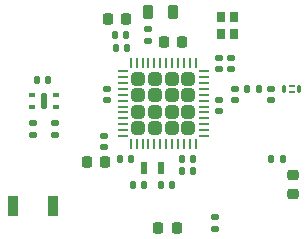
<source format=gbr>
%TF.GenerationSoftware,KiCad,Pcbnew,8.0.2*%
%TF.CreationDate,2024-05-24T20:03:17+02:00*%
%TF.ProjectId,STM32-Breakout,53544d33-322d-4427-9265-616b6f75742e,rev?*%
%TF.SameCoordinates,Original*%
%TF.FileFunction,Paste,Top*%
%TF.FilePolarity,Positive*%
%FSLAX46Y46*%
G04 Gerber Fmt 4.6, Leading zero omitted, Abs format (unit mm)*
G04 Created by KiCad (PCBNEW 8.0.2) date 2024-05-24 20:03:17*
%MOMM*%
%LPD*%
G01*
G04 APERTURE LIST*
G04 Aperture macros list*
%AMRoundRect*
0 Rectangle with rounded corners*
0 $1 Rounding radius*
0 $2 $3 $4 $5 $6 $7 $8 $9 X,Y pos of 4 corners*
0 Add a 4 corners polygon primitive as box body*
4,1,4,$2,$3,$4,$5,$6,$7,$8,$9,$2,$3,0*
0 Add four circle primitives for the rounded corners*
1,1,$1+$1,$2,$3*
1,1,$1+$1,$4,$5*
1,1,$1+$1,$6,$7*
1,1,$1+$1,$8,$9*
0 Add four rect primitives between the rounded corners*
20,1,$1+$1,$2,$3,$4,$5,0*
20,1,$1+$1,$4,$5,$6,$7,0*
20,1,$1+$1,$6,$7,$8,$9,0*
20,1,$1+$1,$8,$9,$2,$3,0*%
G04 Aperture macros list end*
%ADD10RoundRect,0.147500X0.172500X-0.147500X0.172500X0.147500X-0.172500X0.147500X-0.172500X-0.147500X0*%
%ADD11R,0.900000X1.700000*%
%ADD12RoundRect,0.140000X-0.140000X-0.170000X0.140000X-0.170000X0.140000X0.170000X-0.140000X0.170000X0*%
%ADD13RoundRect,0.068750X0.068750X-0.281250X0.068750X0.281250X-0.068750X0.281250X-0.068750X-0.281250X0*%
%ADD14RoundRect,0.061250X-0.163750X-0.061250X0.163750X-0.061250X0.163750X0.061250X-0.163750X0.061250X0*%
%ADD15RoundRect,0.140000X-0.170000X0.140000X-0.170000X-0.140000X0.170000X-0.140000X0.170000X0.140000X0*%
%ADD16RoundRect,0.135000X0.185000X-0.135000X0.185000X0.135000X-0.185000X0.135000X-0.185000X-0.135000X0*%
%ADD17RoundRect,0.218750X0.256250X-0.218750X0.256250X0.218750X-0.256250X0.218750X-0.256250X-0.218750X0*%
%ADD18RoundRect,0.225000X-0.225000X-0.250000X0.225000X-0.250000X0.225000X0.250000X-0.225000X0.250000X0*%
%ADD19R,0.600000X1.100000*%
%ADD20RoundRect,0.225000X0.225000X0.250000X-0.225000X0.250000X-0.225000X-0.250000X0.225000X-0.250000X0*%
%ADD21RoundRect,0.140000X0.140000X0.170000X-0.140000X0.170000X-0.140000X-0.170000X0.140000X-0.170000X0*%
%ADD22RoundRect,0.140000X0.170000X-0.140000X0.170000X0.140000X-0.170000X0.140000X-0.170000X-0.140000X0*%
%ADD23RoundRect,0.087500X-0.187500X-0.087500X0.187500X-0.087500X0.187500X0.087500X-0.187500X0.087500X0*%
%ADD24RoundRect,0.125000X-0.125000X-0.575000X0.125000X-0.575000X0.125000X0.575000X-0.125000X0.575000X0*%
%ADD25RoundRect,0.087500X0.187500X0.087500X-0.187500X0.087500X-0.187500X-0.087500X0.187500X-0.087500X0*%
%ADD26RoundRect,0.218750X-0.218750X-0.381250X0.218750X-0.381250X0.218750X0.381250X-0.218750X0.381250X0*%
%ADD27RoundRect,0.147500X-0.147500X-0.172500X0.147500X-0.172500X0.147500X0.172500X-0.147500X0.172500X0*%
%ADD28RoundRect,0.135000X-0.135000X-0.185000X0.135000X-0.185000X0.135000X0.185000X-0.135000X0.185000X0*%
%ADD29RoundRect,0.218750X-0.218750X-0.256250X0.218750X-0.256250X0.218750X0.256250X-0.218750X0.256250X0*%
%ADD30R,0.800000X0.900000*%
%ADD31RoundRect,0.250000X0.315000X-0.315000X0.315000X0.315000X-0.315000X0.315000X-0.315000X-0.315000X0*%
%ADD32RoundRect,0.062500X0.062500X-0.375000X0.062500X0.375000X-0.062500X0.375000X-0.062500X-0.375000X0*%
%ADD33RoundRect,0.062500X0.375000X-0.062500X0.375000X0.062500X-0.375000X0.062500X-0.375000X-0.062500X0*%
G04 APERTURE END LIST*
D10*
%TO.C,L2*%
X142890000Y-83615000D03*
X142890000Y-82645000D03*
%TD*%
D11*
%TO.C,RST1*%
X134800000Y-97600000D03*
X131400000Y-97600000D03*
%TD*%
D12*
%TO.C,C3*%
X145710000Y-93610000D03*
X146670000Y-93610000D03*
%TD*%
D13*
%TO.C,FLT1*%
X154407500Y-87700000D03*
D14*
X155020000Y-87472500D03*
D13*
X155632500Y-87700000D03*
D14*
X155020000Y-87927500D03*
%TD*%
D15*
%TO.C,C4*%
X148863000Y-88614400D03*
X148863000Y-89574400D03*
%TD*%
D16*
%TO.C,R1*%
X135000000Y-91610000D03*
X135000000Y-90590000D03*
%TD*%
D17*
%TO.C,Q1*%
X155150000Y-96537500D03*
X155150000Y-94962500D03*
%TD*%
D15*
%TO.C,C2*%
X139350000Y-87670000D03*
X139350000Y-88630000D03*
%TD*%
D18*
%TO.C,C16*%
X144200000Y-83725000D03*
X145750000Y-83725000D03*
%TD*%
D19*
%TO.C,Y2*%
X142560000Y-94340000D03*
X143960000Y-94340000D03*
%TD*%
D16*
%TO.C,R2*%
X133100000Y-91610000D03*
X133100000Y-90590000D03*
%TD*%
D12*
%TO.C,C13*%
X145710000Y-94660000D03*
X146670000Y-94660000D03*
%TD*%
D20*
%TO.C,C18*%
X141025000Y-81790000D03*
X139475000Y-81790000D03*
%TD*%
D12*
%TO.C,C15*%
X143960000Y-95830000D03*
X144920000Y-95830000D03*
%TD*%
D15*
%TO.C,C8*%
X150263000Y-87689400D03*
X150263000Y-88649400D03*
%TD*%
D21*
%TO.C,C12*%
X134430000Y-86900000D03*
X133470000Y-86900000D03*
%TD*%
D22*
%TO.C,C10*%
X148858018Y-86024400D03*
X148858018Y-85064400D03*
%TD*%
%TO.C,C11*%
X149869678Y-86024400D03*
X149869678Y-85064400D03*
%TD*%
D23*
%TO.C,U2*%
X133000000Y-88200000D03*
X133000000Y-89200000D03*
D24*
X134025000Y-88700000D03*
D25*
X135050000Y-88200000D03*
X135050000Y-89200000D03*
%TD*%
D15*
%TO.C,C1*%
X139150000Y-91670000D03*
X139150000Y-92630000D03*
%TD*%
D16*
%TO.C,R3*%
X148540000Y-99510000D03*
X148540000Y-98490000D03*
%TD*%
D21*
%TO.C,C7*%
X141080000Y-84190000D03*
X140120000Y-84190000D03*
%TD*%
D26*
%TO.C,L3*%
X142887500Y-81200000D03*
X145012500Y-81200000D03*
%TD*%
D27*
%TO.C,L1*%
X151278000Y-87669400D03*
X152248000Y-87669400D03*
%TD*%
D28*
%TO.C,R4*%
X153240000Y-93600000D03*
X154260000Y-93600000D03*
%TD*%
D29*
%TO.C,D1*%
X143702500Y-99430000D03*
X145277500Y-99430000D03*
%TD*%
D18*
%TO.C,C6*%
X137663000Y-93869400D03*
X139213000Y-93869400D03*
%TD*%
D21*
%TO.C,C14*%
X142560000Y-95830000D03*
X141600000Y-95830000D03*
%TD*%
D15*
%TO.C,C9*%
X153263000Y-87689400D03*
X153263000Y-88649400D03*
%TD*%
D21*
%TO.C,C17*%
X141010000Y-83090000D03*
X140050000Y-83090000D03*
%TD*%
%TO.C,C5*%
X141421200Y-93602400D03*
X140461200Y-93602400D03*
%TD*%
D30*
%TO.C,Y1*%
X149050000Y-81600000D03*
X149050000Y-83000000D03*
X150150000Y-83000000D03*
X150150000Y-81600000D03*
%TD*%
D31*
%TO.C,U1*%
X142050000Y-91025000D03*
X143450000Y-91025000D03*
X144850000Y-91025000D03*
X146250000Y-91025000D03*
X142050000Y-89625000D03*
X143450000Y-89625000D03*
X144850000Y-89625000D03*
X146250000Y-89625000D03*
X142050000Y-88225000D03*
X143450000Y-88225000D03*
X144850000Y-88225000D03*
X146250000Y-88225000D03*
X142050000Y-86825000D03*
X143450000Y-86825000D03*
X144850000Y-86825000D03*
X146250000Y-86825000D03*
D32*
X141400000Y-92362500D03*
X141900000Y-92362500D03*
X142400000Y-92362500D03*
X142900000Y-92362500D03*
X143400000Y-92362500D03*
X143900000Y-92362500D03*
X144400000Y-92362500D03*
X144900000Y-92362500D03*
X145400000Y-92362500D03*
X145900000Y-92362500D03*
X146400000Y-92362500D03*
X146900000Y-92362500D03*
D33*
X147587500Y-91675000D03*
X147587500Y-91175000D03*
X147587500Y-90675000D03*
X147587500Y-90175000D03*
X147587500Y-89675000D03*
X147587500Y-89175000D03*
X147587500Y-88675000D03*
X147587500Y-88175000D03*
X147587500Y-87675000D03*
X147587500Y-87175000D03*
X147587500Y-86675000D03*
X147587500Y-86175000D03*
D32*
X146900000Y-85487500D03*
X146400000Y-85487500D03*
X145900000Y-85487500D03*
X145400000Y-85487500D03*
X144900000Y-85487500D03*
X144400000Y-85487500D03*
X143900000Y-85487500D03*
X143400000Y-85487500D03*
X142900000Y-85487500D03*
X142400000Y-85487500D03*
X141900000Y-85487500D03*
X141400000Y-85487500D03*
D33*
X140712500Y-86175000D03*
X140712500Y-86675000D03*
X140712500Y-87175000D03*
X140712500Y-87675000D03*
X140712500Y-88175000D03*
X140712500Y-88675000D03*
X140712500Y-89175000D03*
X140712500Y-89675000D03*
X140712500Y-90175000D03*
X140712500Y-90675000D03*
X140712500Y-91175000D03*
X140712500Y-91675000D03*
%TD*%
M02*

</source>
